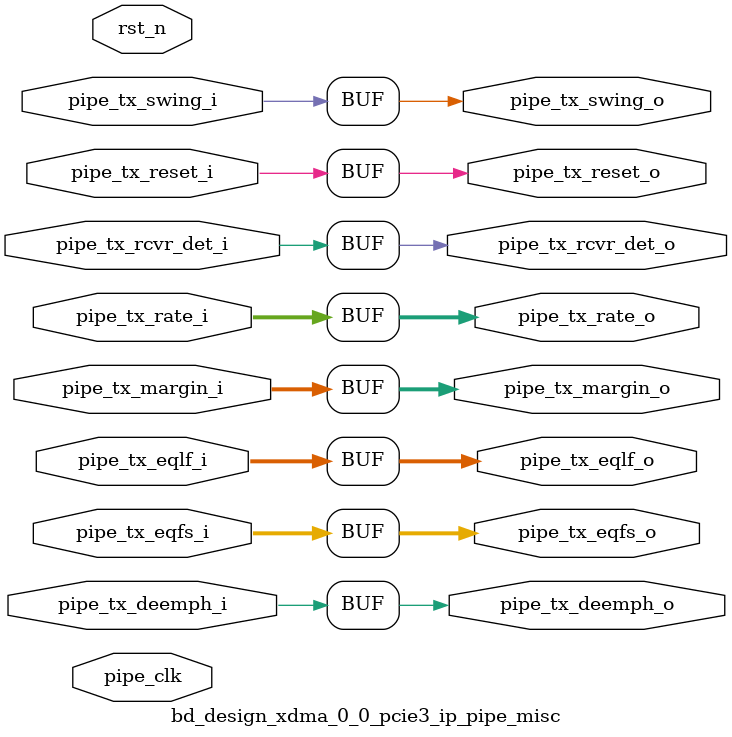
<source format=v>


`timescale 1ps/1ps

(* DowngradeIPIdentifiedWarnings = "yes" *)
module bd_design_xdma_0_0_pcie3_ip_pipe_misc 
 #(
  parameter TCQ = 100,
  parameter PIPE_PIPELINE_STAGES = 0
  ) (
  input  wire         pipe_tx_rcvr_det_i,
  input  wire         pipe_tx_reset_i,
  input  wire   [1:0] pipe_tx_rate_i,
  input  wire         pipe_tx_deemph_i,
  input  wire   [2:0] pipe_tx_margin_i,
  input  wire         pipe_tx_swing_i,
  input  wire   [5:0] pipe_tx_eqfs_i,
  input  wire   [5:0] pipe_tx_eqlf_i,
  output wire         pipe_tx_rcvr_det_o,
  output wire         pipe_tx_reset_o,
  output wire   [1:0] pipe_tx_rate_o,
  output wire         pipe_tx_deemph_o,
  output wire   [2:0] pipe_tx_margin_o,
  output wire         pipe_tx_swing_o,
  output wire   [5:0] pipe_tx_eqfs_o,
  output wire   [5:0] pipe_tx_eqlf_o,
  input  wire         pipe_clk,
  input  wire         rst_n
  );

  reg                 pipe_tx_rcvr_det_q;
  reg                 pipe_tx_reset_q;
  reg           [1:0] pipe_tx_rate_q;
  reg                 pipe_tx_deemph_q;
  reg           [2:0] pipe_tx_margin_q;
  reg                 pipe_tx_swing_q;
  reg           [5:0] pipe_tx_eqfs_q;
  reg           [5:0] pipe_tx_eqlf_q;
  reg                 pipe_tx_rcvr_det_qq;
  reg                 pipe_tx_reset_qq;
  reg           [1:0] pipe_tx_rate_qq;
  reg                 pipe_tx_deemph_qq;
  reg           [2:0] pipe_tx_margin_qq;
  reg                 pipe_tx_swing_qq;
  reg           [5:0] pipe_tx_eqfs_qq;
  reg           [5:0] pipe_tx_eqlf_qq;

  generate
    if (PIPE_PIPELINE_STAGES == 0)
    begin : pipe_stages_0
      assign pipe_tx_rcvr_det_o = pipe_tx_rcvr_det_i;
      assign pipe_tx_reset_o = pipe_tx_reset_i;
      assign pipe_tx_rate_o = pipe_tx_rate_i;
      assign pipe_tx_deemph_o = pipe_tx_deemph_i;
      assign pipe_tx_margin_o = pipe_tx_margin_i;
      assign pipe_tx_swing_o = pipe_tx_swing_i;
      assign pipe_tx_eqfs_o = pipe_tx_eqfs_i;
      assign pipe_tx_eqlf_o = pipe_tx_eqlf_i;
    end
    else if (PIPE_PIPELINE_STAGES == 1)
    begin : pipe_stages_1
      always @(posedge pipe_clk)
      begin
        if (!rst_n)
        begin
          pipe_tx_rcvr_det_q <= #TCQ 1'b0;
          pipe_tx_reset_q <= #TCQ 1'b1;
          pipe_tx_rate_q <= #TCQ 2'b0;
          pipe_tx_deemph_q <= #TCQ 1'b1;
          pipe_tx_margin_q <= #TCQ 3'b0;
          pipe_tx_swing_q <= #TCQ 1'b0;
          pipe_tx_eqfs_q <= #TCQ 5'b0;
          pipe_tx_eqlf_q <= #TCQ 5'b0;
        end
        else
        begin
          pipe_tx_rcvr_det_q <= #TCQ pipe_tx_rcvr_det_i;
          pipe_tx_reset_q <= #TCQ pipe_tx_reset_i;
          pipe_tx_rate_q <= #TCQ pipe_tx_rate_i;
          pipe_tx_deemph_q <= #TCQ pipe_tx_deemph_i;
          pipe_tx_margin_q <= #TCQ pipe_tx_margin_i;
          pipe_tx_swing_q <= #TCQ pipe_tx_swing_i;
          pipe_tx_eqfs_q <= #TCQ pipe_tx_eqfs_i;
          pipe_tx_eqlf_q <= #TCQ pipe_tx_eqlf_i;
        end
      end
      assign pipe_tx_rcvr_det_o = pipe_tx_rcvr_det_q;
      assign pipe_tx_reset_o = pipe_tx_reset_q;
      assign pipe_tx_rate_o = pipe_tx_rate_q;
      assign pipe_tx_deemph_o = pipe_tx_deemph_q;
      assign pipe_tx_margin_o = pipe_tx_margin_q;
      assign pipe_tx_swing_o = pipe_tx_swing_q;
      assign pipe_tx_eqfs_o = pipe_tx_eqfs_q;
      assign pipe_tx_eqlf_o = pipe_tx_eqlf_q;
    end
    else if (PIPE_PIPELINE_STAGES == 2)
    begin : pipe_stages_2
      always @(posedge pipe_clk)
      begin
        if (!rst_n)
        begin
          pipe_tx_rcvr_det_q <= #TCQ 1'b0;
          pipe_tx_reset_q <= #TCQ 1'b1;
          pipe_tx_rate_q <= #TCQ 2'b0;
          pipe_tx_deemph_q <= #TCQ 1'b1;
          pipe_tx_margin_q <= #TCQ 1'b0;
          pipe_tx_swing_q <= #TCQ 1'b0;
          pipe_tx_eqfs_q <= #TCQ 5'b0;
          pipe_tx_eqlf_q <= #TCQ 5'b0;
          pipe_tx_rcvr_det_qq <= #TCQ 1'b0;
          pipe_tx_reset_qq <= #TCQ 1'b1;
          pipe_tx_rate_qq <= #TCQ 2'b0;
          pipe_tx_deemph_qq <= #TCQ 1'b1;
          pipe_tx_margin_qq <= #TCQ 1'b0;
          pipe_tx_swing_qq <= #TCQ 1'b0;
          pipe_tx_eqfs_qq <= #TCQ 5'b0;
          pipe_tx_eqlf_qq <= #TCQ 5'b0;
        end
        else
        begin
          pipe_tx_rcvr_det_q <= #TCQ pipe_tx_rcvr_det_i;
          pipe_tx_reset_q <= #TCQ pipe_tx_reset_i;
          pipe_tx_rate_q <= #TCQ pipe_tx_rate_i;
          pipe_tx_deemph_q <= #TCQ pipe_tx_deemph_i;
          pipe_tx_margin_q <= #TCQ pipe_tx_margin_i;
          pipe_tx_swing_q <= #TCQ pipe_tx_swing_i;
          pipe_tx_eqfs_q <= #TCQ pipe_tx_eqfs_i;
          pipe_tx_eqlf_q <= #TCQ pipe_tx_eqlf_i;
          pipe_tx_rcvr_det_qq <= #TCQ pipe_tx_rcvr_det_q;
          pipe_tx_reset_qq <= #TCQ pipe_tx_reset_q;
          pipe_tx_rate_qq <= #TCQ pipe_tx_rate_q;
          pipe_tx_deemph_qq <= #TCQ pipe_tx_deemph_q;
          pipe_tx_margin_qq <= #TCQ pipe_tx_margin_q;
          pipe_tx_swing_qq <= #TCQ pipe_tx_swing_q;
          pipe_tx_eqfs_qq <= #TCQ pipe_tx_eqfs_q;
          pipe_tx_eqlf_qq <= #TCQ pipe_tx_eqlf_q;
        end
      end
      assign pipe_tx_rcvr_det_o = pipe_tx_rcvr_det_qq;
      assign pipe_tx_reset_o = pipe_tx_reset_qq;
      assign pipe_tx_rate_o = pipe_tx_rate_qq;
      assign pipe_tx_deemph_o = pipe_tx_deemph_qq;
      assign pipe_tx_margin_o = pipe_tx_margin_qq;
      assign pipe_tx_swing_o = pipe_tx_swing_qq;
      assign pipe_tx_eqfs_o = pipe_tx_eqfs_qq;
      assign pipe_tx_eqlf_o = pipe_tx_eqlf_qq;
    end
    else
    begin
      assign pipe_tx_rcvr_det_o = pipe_tx_rcvr_det_i;
      assign pipe_tx_reset_o = pipe_tx_reset_i;
      assign pipe_tx_rate_o = pipe_tx_rate_i;
      assign pipe_tx_deemph_o = pipe_tx_deemph_i;
      assign pipe_tx_margin_o = pipe_tx_margin_i;
      assign pipe_tx_swing_o = pipe_tx_swing_i;
      assign pipe_tx_eqfs_o = pipe_tx_eqfs_i;
      assign pipe_tx_eqlf_o = pipe_tx_eqlf_i;
    end
  endgenerate

endmodule

</source>
